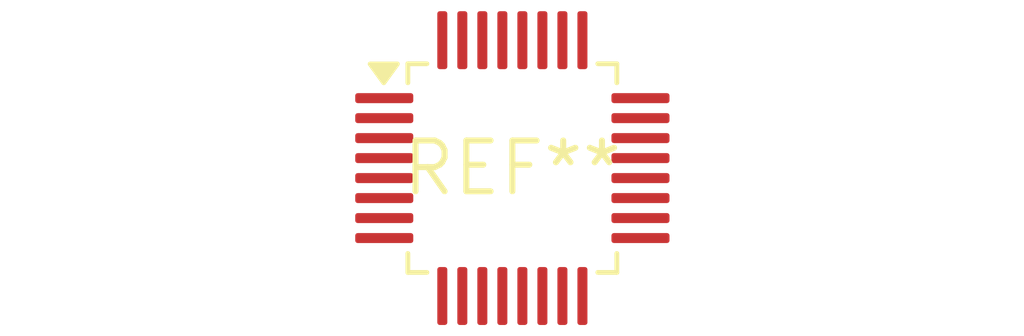
<source format=kicad_pcb>
(kicad_pcb (version 20240108) (generator pcbnew)
  (layers (0 "F.Cu" signal) (31 "B.Cu" signal) (34 "B.Paste" user) (35 "F.Paste" user) (36 "B.SilkS" user "B.Silkscreen") (37 "F.SilkS" user "F.Silkscreen") (38 "B.Mask" user) (39 "F.Mask" user) (44 "Edge.Cuts" user))
  (net 0 "")
  (footprint "PQFP-32_5x5mm_P0.5mm" (layer "F.Cu") (at 0 0)
    (property "Reference" "REF**")
    (property "Value" "PQFP-32_5x5mm_P0.5mm")
    (fp_line (start -2.61 -2.61) (end -2.61 -2.135) (layer "F.SilkS") (stroke (width 0.12)))
    (fp_line (start -2.61 2.61) (end -2.61 2.135) (layer "F.SilkS") (stroke (width 0.12)))
    (fp_line (start -2.135 -2.61) (end -2.61 -2.61) (layer "F.SilkS") (stroke (width 0.12)))
    (fp_line (start -2.135 2.61) (end -2.61 2.61) (layer "F.SilkS") (stroke (width 0.12)))
    (fp_line (start 2.135 -2.61) (end 2.61 -2.61) (layer "F.SilkS") (stroke (width 0.12)))
    (fp_line (start 2.135 2.61) (end 2.61 2.61) (layer "F.SilkS") (stroke (width 0.12)))
    (fp_line (start 2.61 -2.61) (end 2.61 -2.135) (layer "F.SilkS") (stroke (width 0.12)))
    (fp_line (start 2.61 2.61) (end 2.61 2.135) (layer "F.SilkS") (stroke (width 0.12)))
    (fp_poly (pts (xy -3.2125 -2.135) (xy -3.5525 -2.605) (xy -2.8725 -2.605) (xy -3.2125 -2.135)) (layer "F.SilkS") (stroke (width 0.12)) (fill solid))
    (pad "1" smd roundrect (at -3.2 -1.75) (size 1.45 0.25) (layers "F.Cu" "F.Paste" "F.Mask"))
    (pad "2" smd roundrect (at -3.2 -1.25) (size 1.45 0.25) (layers "F.Cu" "F.Paste" "F.Mask"))
    (pad "3" smd roundrect (at -3.2 -0.75) (size 1.45 0.25) (layers "F.Cu" "F.Paste" "F.Mask"))
    (pad "4" smd roundrect (at -3.2 -0.25) (size 1.45 0.25) (layers "F.Cu" "F.Paste" "F.Mask"))
    (pad "5" smd roundrect (at -3.2 0.25) (size 1.45 0.25) (layers "F.Cu" "F.Paste" "F.Mask"))
    (pad "6" smd roundrect (at -3.2 0.75) (size 1.45 0.25) (layers "F.Cu" "F.Paste" "F.Mask"))
    (pad "7" smd roundrect (at -3.2 1.25) (size 1.45 0.25) (layers "F.Cu" "F.Paste" "F.Mask"))
    (pad "8" smd roundrect (at -3.2 1.75) (size 1.45 0.25) (layers "F.Cu" "F.Paste" "F.Mask"))
    (pad "9" smd roundrect (at -1.75 3.2) (size 0.25 1.45) (layers "F.Cu" "F.Paste" "F.Mask"))
    (pad "10" smd roundrect (at -1.25 3.2) (size 0.25 1.45) (layers "F.Cu" "F.Paste" "F.Mask"))
    (pad "11" smd roundrect (at -0.75 3.2) (size 0.25 1.45) (layers "F.Cu" "F.Paste" "F.Mask"))
    (pad "12" smd roundrect (at -0.25 3.2) (size 0.25 1.45) (layers "F.Cu" "F.Paste" "F.Mask"))
    (pad "13" smd roundrect (at 0.25 3.2) (size 0.25 1.45) (layers "F.Cu" "F.Paste" "F.Mask"))
    (pad "14" smd roundrect (at 0.75 3.2) (size 0.25 1.45) (layers "F.Cu" "F.Paste" "F.Mask"))
    (pad "15" smd roundrect (at 1.25 3.2) (size 0.25 1.45) (layers "F.Cu" "F.Paste" "F.Mask"))
    (pad "16" smd roundrect (at 1.75 3.2) (size 0.25 1.45) (layers "F.Cu" "F.Paste" "F.Mask"))
    (pad "17" smd roundrect (at 3.2 1.75) (size 1.45 0.25) (layers "F.Cu" "F.Paste" "F.Mask"))
    (pad "18" smd roundrect (at 3.2 1.25) (size 1.45 0.25) (layers "F.Cu" "F.Paste" "F.Mask"))
    (pad "19" smd roundrect (at 3.2 0.75) (size 1.45 0.25) (layers "F.Cu" "F.Paste" "F.Mask"))
    (pad "20" smd roundrect (at 3.2 0.25) (size 1.45 0.25) (layers "F.Cu" "F.Paste" "F.Mask"))
    (pad "21" smd roundrect (at 3.2 -0.25) (size 1.45 0.25) (layers "F.Cu" "F.Paste" "F.Mask"))
    (pad "22" smd roundrect (at 3.2 -0.75) (size 1.45 0.25) (layers "F.Cu" "F.Paste" "F.Mask"))
    (pad "23" smd roundrect (at 3.2 -1.25) (size 1.45 0.25) (layers "F.Cu" "F.Paste" "F.Mask"))
    (pad "24" smd roundrect (at 3.2 -1.75) (size 1.45 0.25) (layers "F.Cu" "F.Paste" "F.Mask"))
    (pad "25" smd roundrect (at 1.75 -3.2) (size 0.25 1.45) (layers "F.Cu" "F.Paste" "F.Mask"))
    (pad "26" smd roundrect (at 1.25 -3.2) (size 0.25 1.45) (layers "F.Cu" "F.Paste" "F.Mask"))
    (pad "27" smd roundrect (at 0.75 -3.2) (size 0.25 1.45) (layers "F.Cu" "F.Paste" "F.Mask"))
    (pad "28" smd roundrect (at 0.25 -3.2) (size 0.25 1.45) (layers "F.Cu" "F.Paste" "F.Mask"))
    (pad "29" smd roundrect (at -0.25 -3.2) (size 0.25 1.45) (layers "F.Cu" "F.Paste" "F.Mask"))
    (pad "30" smd roundrect (at -0.75 -3.2) (size 0.25 1.45) (layers "F.Cu" "F.Paste" "F.Mask"))
    (pad "31" smd roundrect (at -1.25 -3.2) (size 0.25 1.45) (layers "F.Cu" "F.Paste" "F.Mask"))
    (pad "32" smd roundrect (at -1.75 -3.2) (size 0.25 1.45) (layers "F.Cu" "F.Paste" "F.Mask"))
  )
)
</source>
